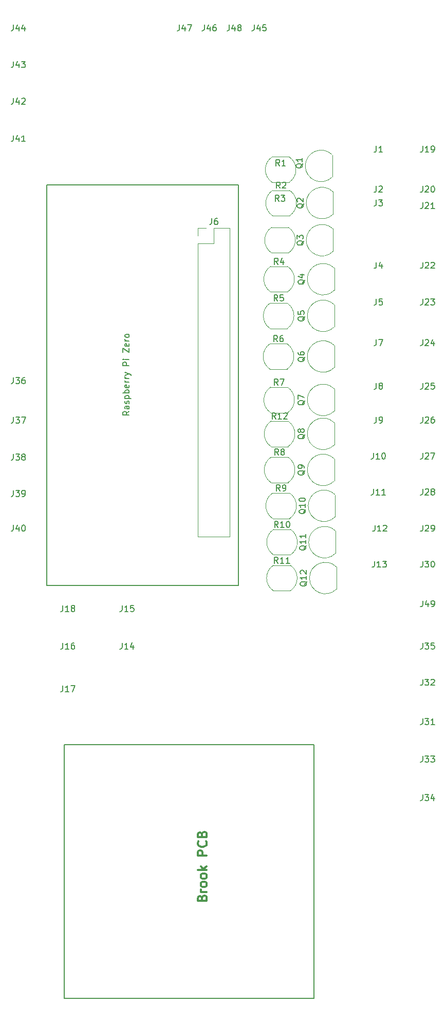
<source format=gbr>
%TF.GenerationSoftware,KiCad,Pcbnew,(6.0.4)*%
%TF.CreationDate,2022-07-16T18:17:00-05:00*%
%TF.ProjectId,macro_controller,6d616372-6f5f-4636-9f6e-74726f6c6c65,rev?*%
%TF.SameCoordinates,Original*%
%TF.FileFunction,Legend,Top*%
%TF.FilePolarity,Positive*%
%FSLAX46Y46*%
G04 Gerber Fmt 4.6, Leading zero omitted, Abs format (unit mm)*
G04 Created by KiCad (PCBNEW (6.0.4)) date 2022-07-16 18:17:00*
%MOMM*%
%LPD*%
G01*
G04 APERTURE LIST*
%ADD10C,0.300000*%
%ADD11C,0.150000*%
%ADD12C,0.120000*%
G04 APERTURE END LIST*
D10*
X52166057Y-165442257D02*
X52237485Y-165227971D01*
X52308914Y-165156542D01*
X52451771Y-165085114D01*
X52666057Y-165085114D01*
X52808914Y-165156542D01*
X52880342Y-165227971D01*
X52951771Y-165370828D01*
X52951771Y-165942257D01*
X51451771Y-165942257D01*
X51451771Y-165442257D01*
X51523200Y-165299400D01*
X51594628Y-165227971D01*
X51737485Y-165156542D01*
X51880342Y-165156542D01*
X52023200Y-165227971D01*
X52094628Y-165299400D01*
X52166057Y-165442257D01*
X52166057Y-165942257D01*
X52951771Y-164442257D02*
X51951771Y-164442257D01*
X52237485Y-164442257D02*
X52094628Y-164370828D01*
X52023200Y-164299400D01*
X51951771Y-164156542D01*
X51951771Y-164013685D01*
X52951771Y-163299400D02*
X52880342Y-163442257D01*
X52808914Y-163513685D01*
X52666057Y-163585114D01*
X52237485Y-163585114D01*
X52094628Y-163513685D01*
X52023200Y-163442257D01*
X51951771Y-163299400D01*
X51951771Y-163085114D01*
X52023200Y-162942257D01*
X52094628Y-162870828D01*
X52237485Y-162799400D01*
X52666057Y-162799400D01*
X52808914Y-162870828D01*
X52880342Y-162942257D01*
X52951771Y-163085114D01*
X52951771Y-163299400D01*
X52951771Y-161942257D02*
X52880342Y-162085114D01*
X52808914Y-162156542D01*
X52666057Y-162227971D01*
X52237485Y-162227971D01*
X52094628Y-162156542D01*
X52023200Y-162085114D01*
X51951771Y-161942257D01*
X51951771Y-161727971D01*
X52023200Y-161585114D01*
X52094628Y-161513685D01*
X52237485Y-161442257D01*
X52666057Y-161442257D01*
X52808914Y-161513685D01*
X52880342Y-161585114D01*
X52951771Y-161727971D01*
X52951771Y-161942257D01*
X52951771Y-160799400D02*
X51451771Y-160799400D01*
X52380342Y-160656542D02*
X52951771Y-160227971D01*
X51951771Y-160227971D02*
X52523200Y-160799400D01*
X52951771Y-158442257D02*
X51451771Y-158442257D01*
X51451771Y-157870828D01*
X51523200Y-157727971D01*
X51594628Y-157656542D01*
X51737485Y-157585114D01*
X51951771Y-157585114D01*
X52094628Y-157656542D01*
X52166057Y-157727971D01*
X52237485Y-157870828D01*
X52237485Y-158442257D01*
X52808914Y-156085114D02*
X52880342Y-156156542D01*
X52951771Y-156370828D01*
X52951771Y-156513685D01*
X52880342Y-156727971D01*
X52737485Y-156870828D01*
X52594628Y-156942257D01*
X52308914Y-157013685D01*
X52094628Y-157013685D01*
X51808914Y-156942257D01*
X51666057Y-156870828D01*
X51523200Y-156727971D01*
X51451771Y-156513685D01*
X51451771Y-156370828D01*
X51523200Y-156156542D01*
X51594628Y-156085114D01*
X52166057Y-154942257D02*
X52237485Y-154727971D01*
X52308914Y-154656542D01*
X52451771Y-154585114D01*
X52666057Y-154585114D01*
X52808914Y-154656542D01*
X52880342Y-154727971D01*
X52951771Y-154870828D01*
X52951771Y-155442257D01*
X51451771Y-155442257D01*
X51451771Y-154942257D01*
X51523200Y-154799400D01*
X51594628Y-154727971D01*
X51737485Y-154656542D01*
X51880342Y-154656542D01*
X52023200Y-154727971D01*
X52094628Y-154799400D01*
X52166057Y-154942257D01*
X52166057Y-155442257D01*
D11*
X29489400Y-140131800D02*
X70586600Y-140131800D01*
X70586600Y-140131800D02*
X70586600Y-181965600D01*
X70586600Y-181965600D02*
X29489400Y-181965600D01*
X29489400Y-181965600D02*
X29489400Y-140131800D01*
X40152580Y-85219419D02*
X39676390Y-85552752D01*
X40152580Y-85790847D02*
X39152580Y-85790847D01*
X39152580Y-85409895D01*
X39200200Y-85314657D01*
X39247819Y-85267038D01*
X39343057Y-85219419D01*
X39485914Y-85219419D01*
X39581152Y-85267038D01*
X39628771Y-85314657D01*
X39676390Y-85409895D01*
X39676390Y-85790847D01*
X40152580Y-84362276D02*
X39628771Y-84362276D01*
X39533533Y-84409895D01*
X39485914Y-84505133D01*
X39485914Y-84695609D01*
X39533533Y-84790847D01*
X40104961Y-84362276D02*
X40152580Y-84457514D01*
X40152580Y-84695609D01*
X40104961Y-84790847D01*
X40009723Y-84838466D01*
X39914485Y-84838466D01*
X39819247Y-84790847D01*
X39771628Y-84695609D01*
X39771628Y-84457514D01*
X39724009Y-84362276D01*
X40104961Y-83933704D02*
X40152580Y-83838466D01*
X40152580Y-83647990D01*
X40104961Y-83552752D01*
X40009723Y-83505133D01*
X39962104Y-83505133D01*
X39866866Y-83552752D01*
X39819247Y-83647990D01*
X39819247Y-83790847D01*
X39771628Y-83886085D01*
X39676390Y-83933704D01*
X39628771Y-83933704D01*
X39533533Y-83886085D01*
X39485914Y-83790847D01*
X39485914Y-83647990D01*
X39533533Y-83552752D01*
X39485914Y-83076561D02*
X40485914Y-83076561D01*
X39533533Y-83076561D02*
X39485914Y-82981323D01*
X39485914Y-82790847D01*
X39533533Y-82695609D01*
X39581152Y-82647990D01*
X39676390Y-82600371D01*
X39962104Y-82600371D01*
X40057342Y-82647990D01*
X40104961Y-82695609D01*
X40152580Y-82790847D01*
X40152580Y-82981323D01*
X40104961Y-83076561D01*
X40152580Y-82171800D02*
X39152580Y-82171800D01*
X39533533Y-82171800D02*
X39485914Y-82076561D01*
X39485914Y-81886085D01*
X39533533Y-81790847D01*
X39581152Y-81743228D01*
X39676390Y-81695609D01*
X39962104Y-81695609D01*
X40057342Y-81743228D01*
X40104961Y-81790847D01*
X40152580Y-81886085D01*
X40152580Y-82076561D01*
X40104961Y-82171800D01*
X40104961Y-80886085D02*
X40152580Y-80981323D01*
X40152580Y-81171800D01*
X40104961Y-81267038D01*
X40009723Y-81314657D01*
X39628771Y-81314657D01*
X39533533Y-81267038D01*
X39485914Y-81171800D01*
X39485914Y-80981323D01*
X39533533Y-80886085D01*
X39628771Y-80838466D01*
X39724009Y-80838466D01*
X39819247Y-81314657D01*
X40152580Y-80409895D02*
X39485914Y-80409895D01*
X39676390Y-80409895D02*
X39581152Y-80362276D01*
X39533533Y-80314657D01*
X39485914Y-80219419D01*
X39485914Y-80124180D01*
X40152580Y-79790847D02*
X39485914Y-79790847D01*
X39676390Y-79790847D02*
X39581152Y-79743228D01*
X39533533Y-79695609D01*
X39485914Y-79600371D01*
X39485914Y-79505133D01*
X39485914Y-79267038D02*
X40152580Y-79028942D01*
X39485914Y-78790847D02*
X40152580Y-79028942D01*
X40390676Y-79124180D01*
X40438295Y-79171800D01*
X40485914Y-79267038D01*
X40152580Y-77647990D02*
X39152580Y-77647990D01*
X39152580Y-77267038D01*
X39200200Y-77171800D01*
X39247819Y-77124180D01*
X39343057Y-77076561D01*
X39485914Y-77076561D01*
X39581152Y-77124180D01*
X39628771Y-77171800D01*
X39676390Y-77267038D01*
X39676390Y-77647990D01*
X40152580Y-76647990D02*
X39485914Y-76647990D01*
X39152580Y-76647990D02*
X39200200Y-76695609D01*
X39247819Y-76647990D01*
X39200200Y-76600371D01*
X39152580Y-76647990D01*
X39247819Y-76647990D01*
X39152580Y-75505133D02*
X39152580Y-74838466D01*
X40152580Y-75505133D01*
X40152580Y-74838466D01*
X40104961Y-74076561D02*
X40152580Y-74171800D01*
X40152580Y-74362276D01*
X40104961Y-74457514D01*
X40009723Y-74505133D01*
X39628771Y-74505133D01*
X39533533Y-74457514D01*
X39485914Y-74362276D01*
X39485914Y-74171800D01*
X39533533Y-74076561D01*
X39628771Y-74028942D01*
X39724009Y-74028942D01*
X39819247Y-74505133D01*
X40152580Y-73600371D02*
X39485914Y-73600371D01*
X39676390Y-73600371D02*
X39581152Y-73552752D01*
X39533533Y-73505133D01*
X39485914Y-73409895D01*
X39485914Y-73314657D01*
X40152580Y-72838466D02*
X40104961Y-72933704D01*
X40057342Y-72981323D01*
X39962104Y-73028942D01*
X39676390Y-73028942D01*
X39581152Y-72981323D01*
X39533533Y-72933704D01*
X39485914Y-72838466D01*
X39485914Y-72695609D01*
X39533533Y-72600371D01*
X39581152Y-72552752D01*
X39676390Y-72505133D01*
X39962104Y-72505133D01*
X40057342Y-72552752D01*
X40104961Y-72600371D01*
X40152580Y-72695609D01*
X40152580Y-72838466D01*
X58191400Y-47853600D02*
X26543000Y-47853600D01*
X26543000Y-47853600D02*
X26543000Y-113919000D01*
X26543000Y-113919000D02*
X58191400Y-113919000D01*
X58191400Y-113919000D02*
X58191400Y-47853600D01*
%TO.C,J6*%
X53762266Y-53413780D02*
X53762266Y-54128066D01*
X53714647Y-54270923D01*
X53619409Y-54366161D01*
X53476552Y-54413780D01*
X53381314Y-54413780D01*
X54667028Y-53413780D02*
X54476552Y-53413780D01*
X54381314Y-53461400D01*
X54333695Y-53509019D01*
X54238457Y-53651876D01*
X54190838Y-53842352D01*
X54190838Y-54223304D01*
X54238457Y-54318542D01*
X54286076Y-54366161D01*
X54381314Y-54413780D01*
X54571790Y-54413780D01*
X54667028Y-54366161D01*
X54714647Y-54318542D01*
X54762266Y-54223304D01*
X54762266Y-53985209D01*
X54714647Y-53889971D01*
X54667028Y-53842352D01*
X54571790Y-53794733D01*
X54381314Y-53794733D01*
X54286076Y-53842352D01*
X54238457Y-53889971D01*
X54190838Y-53985209D01*
%TO.C,J24*%
X88522276Y-73376980D02*
X88522276Y-74091266D01*
X88474657Y-74234123D01*
X88379419Y-74329361D01*
X88236561Y-74376980D01*
X88141323Y-74376980D01*
X88950847Y-73472219D02*
X88998466Y-73424600D01*
X89093704Y-73376980D01*
X89331800Y-73376980D01*
X89427038Y-73424600D01*
X89474657Y-73472219D01*
X89522276Y-73567457D01*
X89522276Y-73662695D01*
X89474657Y-73805552D01*
X88903228Y-74376980D01*
X89522276Y-74376980D01*
X90379419Y-73710314D02*
X90379419Y-74376980D01*
X90141323Y-73329361D02*
X89903228Y-74043647D01*
X90522276Y-74043647D01*
%TO.C,J23*%
X88522276Y-66671380D02*
X88522276Y-67385666D01*
X88474657Y-67528523D01*
X88379419Y-67623761D01*
X88236561Y-67671380D01*
X88141323Y-67671380D01*
X88950847Y-66766619D02*
X88998466Y-66719000D01*
X89093704Y-66671380D01*
X89331800Y-66671380D01*
X89427038Y-66719000D01*
X89474657Y-66766619D01*
X89522276Y-66861857D01*
X89522276Y-66957095D01*
X89474657Y-67099952D01*
X88903228Y-67671380D01*
X89522276Y-67671380D01*
X89855609Y-66671380D02*
X90474657Y-66671380D01*
X90141323Y-67052333D01*
X90284180Y-67052333D01*
X90379419Y-67099952D01*
X90427038Y-67147571D01*
X90474657Y-67242809D01*
X90474657Y-67480904D01*
X90427038Y-67576142D01*
X90379419Y-67623761D01*
X90284180Y-67671380D01*
X89998466Y-67671380D01*
X89903228Y-67623761D01*
X89855609Y-67576142D01*
%TO.C,J22*%
X88522276Y-60626180D02*
X88522276Y-61340466D01*
X88474657Y-61483323D01*
X88379419Y-61578561D01*
X88236561Y-61626180D01*
X88141323Y-61626180D01*
X88950847Y-60721419D02*
X88998466Y-60673800D01*
X89093704Y-60626180D01*
X89331800Y-60626180D01*
X89427038Y-60673800D01*
X89474657Y-60721419D01*
X89522276Y-60816657D01*
X89522276Y-60911895D01*
X89474657Y-61054752D01*
X88903228Y-61626180D01*
X89522276Y-61626180D01*
X89903228Y-60721419D02*
X89950847Y-60673800D01*
X90046085Y-60626180D01*
X90284180Y-60626180D01*
X90379419Y-60673800D01*
X90427038Y-60721419D01*
X90474657Y-60816657D01*
X90474657Y-60911895D01*
X90427038Y-61054752D01*
X89855609Y-61626180D01*
X90474657Y-61626180D01*
%TO.C,J21*%
X88522276Y-50785780D02*
X88522276Y-51500066D01*
X88474657Y-51642923D01*
X88379419Y-51738161D01*
X88236561Y-51785780D01*
X88141323Y-51785780D01*
X88950847Y-50881019D02*
X88998466Y-50833400D01*
X89093704Y-50785780D01*
X89331800Y-50785780D01*
X89427038Y-50833400D01*
X89474657Y-50881019D01*
X89522276Y-50976257D01*
X89522276Y-51071495D01*
X89474657Y-51214352D01*
X88903228Y-51785780D01*
X89522276Y-51785780D01*
X90474657Y-51785780D02*
X89903228Y-51785780D01*
X90188942Y-51785780D02*
X90188942Y-50785780D01*
X90093704Y-50928638D01*
X89998466Y-51023876D01*
X89903228Y-51071495D01*
%TO.C,J20*%
X88522276Y-48078580D02*
X88522276Y-48792866D01*
X88474657Y-48935723D01*
X88379419Y-49030961D01*
X88236561Y-49078580D01*
X88141323Y-49078580D01*
X88950847Y-48173819D02*
X88998466Y-48126200D01*
X89093704Y-48078580D01*
X89331800Y-48078580D01*
X89427038Y-48126200D01*
X89474657Y-48173819D01*
X89522276Y-48269057D01*
X89522276Y-48364295D01*
X89474657Y-48507152D01*
X88903228Y-49078580D01*
X89522276Y-49078580D01*
X90141323Y-48078580D02*
X90236561Y-48078580D01*
X90331800Y-48126200D01*
X90379419Y-48173819D01*
X90427038Y-48269057D01*
X90474657Y-48459533D01*
X90474657Y-48697628D01*
X90427038Y-48888104D01*
X90379419Y-48983342D01*
X90331800Y-49030961D01*
X90236561Y-49078580D01*
X90141323Y-49078580D01*
X90046085Y-49030961D01*
X89998466Y-48983342D01*
X89950847Y-48888104D01*
X89903228Y-48697628D01*
X89903228Y-48459533D01*
X89950847Y-48269057D01*
X89998466Y-48173819D01*
X90046085Y-48126200D01*
X90141323Y-48078580D01*
%TO.C,J19*%
X88522276Y-41474580D02*
X88522276Y-42188866D01*
X88474657Y-42331723D01*
X88379419Y-42426961D01*
X88236561Y-42474580D01*
X88141323Y-42474580D01*
X89522276Y-42474580D02*
X88950847Y-42474580D01*
X89236561Y-42474580D02*
X89236561Y-41474580D01*
X89141323Y-41617438D01*
X89046085Y-41712676D01*
X88950847Y-41760295D01*
X89998466Y-42474580D02*
X90188942Y-42474580D01*
X90284180Y-42426961D01*
X90331800Y-42379342D01*
X90427038Y-42236485D01*
X90474657Y-42046009D01*
X90474657Y-41665057D01*
X90427038Y-41569819D01*
X90379419Y-41522200D01*
X90284180Y-41474580D01*
X90093704Y-41474580D01*
X89998466Y-41522200D01*
X89950847Y-41569819D01*
X89903228Y-41665057D01*
X89903228Y-41903152D01*
X89950847Y-41998390D01*
X89998466Y-42046009D01*
X90093704Y-42093628D01*
X90284180Y-42093628D01*
X90379419Y-42046009D01*
X90427038Y-41998390D01*
X90474657Y-41903152D01*
%TO.C,J18*%
X29238676Y-117217380D02*
X29238676Y-117931666D01*
X29191057Y-118074523D01*
X29095819Y-118169761D01*
X28952961Y-118217380D01*
X28857723Y-118217380D01*
X30238676Y-118217380D02*
X29667247Y-118217380D01*
X29952961Y-118217380D02*
X29952961Y-117217380D01*
X29857723Y-117360238D01*
X29762485Y-117455476D01*
X29667247Y-117503095D01*
X30810104Y-117645952D02*
X30714866Y-117598333D01*
X30667247Y-117550714D01*
X30619628Y-117455476D01*
X30619628Y-117407857D01*
X30667247Y-117312619D01*
X30714866Y-117265000D01*
X30810104Y-117217380D01*
X31000580Y-117217380D01*
X31095819Y-117265000D01*
X31143438Y-117312619D01*
X31191057Y-117407857D01*
X31191057Y-117455476D01*
X31143438Y-117550714D01*
X31095819Y-117598333D01*
X31000580Y-117645952D01*
X30810104Y-117645952D01*
X30714866Y-117693571D01*
X30667247Y-117741190D01*
X30619628Y-117836428D01*
X30619628Y-118026904D01*
X30667247Y-118122142D01*
X30714866Y-118169761D01*
X30810104Y-118217380D01*
X31000580Y-118217380D01*
X31095819Y-118169761D01*
X31143438Y-118122142D01*
X31191057Y-118026904D01*
X31191057Y-117836428D01*
X31143438Y-117741190D01*
X31095819Y-117693571D01*
X31000580Y-117645952D01*
%TO.C,J17*%
X29238676Y-130425380D02*
X29238676Y-131139666D01*
X29191057Y-131282523D01*
X29095819Y-131377761D01*
X28952961Y-131425380D01*
X28857723Y-131425380D01*
X30238676Y-131425380D02*
X29667247Y-131425380D01*
X29952961Y-131425380D02*
X29952961Y-130425380D01*
X29857723Y-130568238D01*
X29762485Y-130663476D01*
X29667247Y-130711095D01*
X30572009Y-130425380D02*
X31238676Y-130425380D01*
X30810104Y-131425380D01*
%TO.C,J16*%
X29238676Y-123389580D02*
X29238676Y-124103866D01*
X29191057Y-124246723D01*
X29095819Y-124341961D01*
X28952961Y-124389580D01*
X28857723Y-124389580D01*
X30238676Y-124389580D02*
X29667247Y-124389580D01*
X29952961Y-124389580D02*
X29952961Y-123389580D01*
X29857723Y-123532438D01*
X29762485Y-123627676D01*
X29667247Y-123675295D01*
X31095819Y-123389580D02*
X30905342Y-123389580D01*
X30810104Y-123437200D01*
X30762485Y-123484819D01*
X30667247Y-123627676D01*
X30619628Y-123818152D01*
X30619628Y-124199104D01*
X30667247Y-124294342D01*
X30714866Y-124341961D01*
X30810104Y-124389580D01*
X31000580Y-124389580D01*
X31095819Y-124341961D01*
X31143438Y-124294342D01*
X31191057Y-124199104D01*
X31191057Y-123961009D01*
X31143438Y-123865771D01*
X31095819Y-123818152D01*
X31000580Y-123770533D01*
X30810104Y-123770533D01*
X30714866Y-123818152D01*
X30667247Y-123865771D01*
X30619628Y-123961009D01*
%TO.C,J37*%
X21085276Y-86153180D02*
X21085276Y-86867466D01*
X21037657Y-87010323D01*
X20942419Y-87105561D01*
X20799561Y-87153180D01*
X20704323Y-87153180D01*
X21466228Y-86153180D02*
X22085276Y-86153180D01*
X21751942Y-86534133D01*
X21894800Y-86534133D01*
X21990038Y-86581752D01*
X22037657Y-86629371D01*
X22085276Y-86724609D01*
X22085276Y-86962704D01*
X22037657Y-87057942D01*
X21990038Y-87105561D01*
X21894800Y-87153180D01*
X21609085Y-87153180D01*
X21513847Y-87105561D01*
X21466228Y-87057942D01*
X22418609Y-86153180D02*
X23085276Y-86153180D01*
X22656704Y-87153180D01*
%TO.C,J15*%
X38992276Y-117217380D02*
X38992276Y-117931666D01*
X38944657Y-118074523D01*
X38849419Y-118169761D01*
X38706561Y-118217380D01*
X38611323Y-118217380D01*
X39992276Y-118217380D02*
X39420847Y-118217380D01*
X39706561Y-118217380D02*
X39706561Y-117217380D01*
X39611323Y-117360238D01*
X39516085Y-117455476D01*
X39420847Y-117503095D01*
X40897038Y-117217380D02*
X40420847Y-117217380D01*
X40373228Y-117693571D01*
X40420847Y-117645952D01*
X40516085Y-117598333D01*
X40754180Y-117598333D01*
X40849419Y-117645952D01*
X40897038Y-117693571D01*
X40944657Y-117788809D01*
X40944657Y-118026904D01*
X40897038Y-118122142D01*
X40849419Y-118169761D01*
X40754180Y-118217380D01*
X40516085Y-118217380D01*
X40420847Y-118169761D01*
X40373228Y-118122142D01*
%TO.C,J14*%
X38992276Y-123389580D02*
X38992276Y-124103866D01*
X38944657Y-124246723D01*
X38849419Y-124341961D01*
X38706561Y-124389580D01*
X38611323Y-124389580D01*
X39992276Y-124389580D02*
X39420847Y-124389580D01*
X39706561Y-124389580D02*
X39706561Y-123389580D01*
X39611323Y-123532438D01*
X39516085Y-123627676D01*
X39420847Y-123675295D01*
X40849419Y-123722914D02*
X40849419Y-124389580D01*
X40611323Y-123341961D02*
X40373228Y-124056247D01*
X40992276Y-124056247D01*
%TO.C,J13*%
X80598876Y-109902180D02*
X80598876Y-110616466D01*
X80551257Y-110759323D01*
X80456019Y-110854561D01*
X80313161Y-110902180D01*
X80217923Y-110902180D01*
X81598876Y-110902180D02*
X81027447Y-110902180D01*
X81313161Y-110902180D02*
X81313161Y-109902180D01*
X81217923Y-110045038D01*
X81122685Y-110140276D01*
X81027447Y-110187895D01*
X81932209Y-109902180D02*
X82551257Y-109902180D01*
X82217923Y-110283133D01*
X82360780Y-110283133D01*
X82456019Y-110330752D01*
X82503638Y-110378371D01*
X82551257Y-110473609D01*
X82551257Y-110711704D01*
X82503638Y-110806942D01*
X82456019Y-110854561D01*
X82360780Y-110902180D01*
X82075066Y-110902180D01*
X81979828Y-110854561D01*
X81932209Y-110806942D01*
%TO.C,J12*%
X80648276Y-103983980D02*
X80648276Y-104698266D01*
X80600657Y-104841123D01*
X80505419Y-104936361D01*
X80362561Y-104983980D01*
X80267323Y-104983980D01*
X81648276Y-104983980D02*
X81076847Y-104983980D01*
X81362561Y-104983980D02*
X81362561Y-103983980D01*
X81267323Y-104126838D01*
X81172085Y-104222076D01*
X81076847Y-104269695D01*
X82029228Y-104079219D02*
X82076847Y-104031600D01*
X82172085Y-103983980D01*
X82410180Y-103983980D01*
X82505419Y-104031600D01*
X82553038Y-104079219D01*
X82600657Y-104174457D01*
X82600657Y-104269695D01*
X82553038Y-104412552D01*
X81981609Y-104983980D01*
X82600657Y-104983980D01*
%TO.C,J11*%
X80419676Y-97989580D02*
X80419676Y-98703866D01*
X80372057Y-98846723D01*
X80276819Y-98941961D01*
X80133961Y-98989580D01*
X80038723Y-98989580D01*
X81419676Y-98989580D02*
X80848247Y-98989580D01*
X81133961Y-98989580D02*
X81133961Y-97989580D01*
X81038723Y-98132438D01*
X80943485Y-98227676D01*
X80848247Y-98275295D01*
X82372057Y-98989580D02*
X81800628Y-98989580D01*
X82086342Y-98989580D02*
X82086342Y-97989580D01*
X81991104Y-98132438D01*
X81895866Y-98227676D01*
X81800628Y-98275295D01*
%TO.C,J9*%
X80895866Y-86127780D02*
X80895866Y-86842066D01*
X80848247Y-86984923D01*
X80753009Y-87080161D01*
X80610152Y-87127780D01*
X80514914Y-87127780D01*
X81419676Y-87127780D02*
X81610152Y-87127780D01*
X81705390Y-87080161D01*
X81753009Y-87032542D01*
X81848247Y-86889685D01*
X81895866Y-86699209D01*
X81895866Y-86318257D01*
X81848247Y-86223019D01*
X81800628Y-86175400D01*
X81705390Y-86127780D01*
X81514914Y-86127780D01*
X81419676Y-86175400D01*
X81372057Y-86223019D01*
X81324438Y-86318257D01*
X81324438Y-86556352D01*
X81372057Y-86651590D01*
X81419676Y-86699209D01*
X81514914Y-86746828D01*
X81705390Y-86746828D01*
X81800628Y-86699209D01*
X81848247Y-86651590D01*
X81895866Y-86556352D01*
%TO.C,J8*%
X80895866Y-80539780D02*
X80895866Y-81254066D01*
X80848247Y-81396923D01*
X80753009Y-81492161D01*
X80610152Y-81539780D01*
X80514914Y-81539780D01*
X81514914Y-80968352D02*
X81419676Y-80920733D01*
X81372057Y-80873114D01*
X81324438Y-80777876D01*
X81324438Y-80730257D01*
X81372057Y-80635019D01*
X81419676Y-80587400D01*
X81514914Y-80539780D01*
X81705390Y-80539780D01*
X81800628Y-80587400D01*
X81848247Y-80635019D01*
X81895866Y-80730257D01*
X81895866Y-80777876D01*
X81848247Y-80873114D01*
X81800628Y-80920733D01*
X81705390Y-80968352D01*
X81514914Y-80968352D01*
X81419676Y-81015971D01*
X81372057Y-81063590D01*
X81324438Y-81158828D01*
X81324438Y-81349304D01*
X81372057Y-81444542D01*
X81419676Y-81492161D01*
X81514914Y-81539780D01*
X81705390Y-81539780D01*
X81800628Y-81492161D01*
X81848247Y-81444542D01*
X81895866Y-81349304D01*
X81895866Y-81158828D01*
X81848247Y-81063590D01*
X81800628Y-81015971D01*
X81705390Y-80968352D01*
%TO.C,J7*%
X80895866Y-73376980D02*
X80895866Y-74091266D01*
X80848247Y-74234123D01*
X80753009Y-74329361D01*
X80610152Y-74376980D01*
X80514914Y-74376980D01*
X81276819Y-73376980D02*
X81943485Y-73376980D01*
X81514914Y-74376980D01*
%TO.C,J5*%
X80895866Y-66671380D02*
X80895866Y-67385666D01*
X80848247Y-67528523D01*
X80753009Y-67623761D01*
X80610152Y-67671380D01*
X80514914Y-67671380D01*
X81848247Y-66671380D02*
X81372057Y-66671380D01*
X81324438Y-67147571D01*
X81372057Y-67099952D01*
X81467295Y-67052333D01*
X81705390Y-67052333D01*
X81800628Y-67099952D01*
X81848247Y-67147571D01*
X81895866Y-67242809D01*
X81895866Y-67480904D01*
X81848247Y-67576142D01*
X81800628Y-67623761D01*
X81705390Y-67671380D01*
X81467295Y-67671380D01*
X81372057Y-67623761D01*
X81324438Y-67576142D01*
%TO.C,J4*%
X80895866Y-60626180D02*
X80895866Y-61340466D01*
X80848247Y-61483323D01*
X80753009Y-61578561D01*
X80610152Y-61626180D01*
X80514914Y-61626180D01*
X81800628Y-60959514D02*
X81800628Y-61626180D01*
X81562533Y-60578561D02*
X81324438Y-61292847D01*
X81943485Y-61292847D01*
%TO.C,J3*%
X80895866Y-50328580D02*
X80895866Y-51042866D01*
X80848247Y-51185723D01*
X80753009Y-51280961D01*
X80610152Y-51328580D01*
X80514914Y-51328580D01*
X81276819Y-50328580D02*
X81895866Y-50328580D01*
X81562533Y-50709533D01*
X81705390Y-50709533D01*
X81800628Y-50757152D01*
X81848247Y-50804771D01*
X81895866Y-50900009D01*
X81895866Y-51138104D01*
X81848247Y-51233342D01*
X81800628Y-51280961D01*
X81705390Y-51328580D01*
X81419676Y-51328580D01*
X81324438Y-51280961D01*
X81276819Y-51233342D01*
%TO.C,J2*%
X80895866Y-48078580D02*
X80895866Y-48792866D01*
X80848247Y-48935723D01*
X80753009Y-49030961D01*
X80610152Y-49078580D01*
X80514914Y-49078580D01*
X81324438Y-48173819D02*
X81372057Y-48126200D01*
X81467295Y-48078580D01*
X81705390Y-48078580D01*
X81800628Y-48126200D01*
X81848247Y-48173819D01*
X81895866Y-48269057D01*
X81895866Y-48364295D01*
X81848247Y-48507152D01*
X81276819Y-49078580D01*
X81895866Y-49078580D01*
%TO.C,J1*%
X80895866Y-41474580D02*
X80895866Y-42188866D01*
X80848247Y-42331723D01*
X80753009Y-42426961D01*
X80610152Y-42474580D01*
X80514914Y-42474580D01*
X81895866Y-42474580D02*
X81324438Y-42474580D01*
X81610152Y-42474580D02*
X81610152Y-41474580D01*
X81514914Y-41617438D01*
X81419676Y-41712676D01*
X81324438Y-41760295D01*
%TO.C,J49*%
X88522276Y-116429980D02*
X88522276Y-117144266D01*
X88474657Y-117287123D01*
X88379419Y-117382361D01*
X88236561Y-117429980D01*
X88141323Y-117429980D01*
X89427038Y-116763314D02*
X89427038Y-117429980D01*
X89188942Y-116382361D02*
X88950847Y-117096647D01*
X89569895Y-117096647D01*
X89998466Y-117429980D02*
X90188942Y-117429980D01*
X90284180Y-117382361D01*
X90331800Y-117334742D01*
X90427038Y-117191885D01*
X90474657Y-117001409D01*
X90474657Y-116620457D01*
X90427038Y-116525219D01*
X90379419Y-116477600D01*
X90284180Y-116429980D01*
X90093704Y-116429980D01*
X89998466Y-116477600D01*
X89950847Y-116525219D01*
X89903228Y-116620457D01*
X89903228Y-116858552D01*
X89950847Y-116953790D01*
X89998466Y-117001409D01*
X90093704Y-117049028D01*
X90284180Y-117049028D01*
X90379419Y-117001409D01*
X90427038Y-116953790D01*
X90474657Y-116858552D01*
%TO.C,J48*%
X56670676Y-21484780D02*
X56670676Y-22199066D01*
X56623057Y-22341923D01*
X56527819Y-22437161D01*
X56384961Y-22484780D01*
X56289723Y-22484780D01*
X57575438Y-21818114D02*
X57575438Y-22484780D01*
X57337342Y-21437161D02*
X57099247Y-22151447D01*
X57718295Y-22151447D01*
X58242104Y-21913352D02*
X58146866Y-21865733D01*
X58099247Y-21818114D01*
X58051628Y-21722876D01*
X58051628Y-21675257D01*
X58099247Y-21580019D01*
X58146866Y-21532400D01*
X58242104Y-21484780D01*
X58432580Y-21484780D01*
X58527819Y-21532400D01*
X58575438Y-21580019D01*
X58623057Y-21675257D01*
X58623057Y-21722876D01*
X58575438Y-21818114D01*
X58527819Y-21865733D01*
X58432580Y-21913352D01*
X58242104Y-21913352D01*
X58146866Y-21960971D01*
X58099247Y-22008590D01*
X58051628Y-22103828D01*
X58051628Y-22294304D01*
X58099247Y-22389542D01*
X58146866Y-22437161D01*
X58242104Y-22484780D01*
X58432580Y-22484780D01*
X58527819Y-22437161D01*
X58575438Y-22389542D01*
X58623057Y-22294304D01*
X58623057Y-22103828D01*
X58575438Y-22008590D01*
X58527819Y-21960971D01*
X58432580Y-21913352D01*
%TO.C,J47*%
X48458010Y-21484780D02*
X48458010Y-22199066D01*
X48410391Y-22341923D01*
X48315153Y-22437161D01*
X48172295Y-22484780D01*
X48077057Y-22484780D01*
X49362772Y-21818114D02*
X49362772Y-22484780D01*
X49124676Y-21437161D02*
X48886581Y-22151447D01*
X49505629Y-22151447D01*
X49791343Y-21484780D02*
X50458010Y-21484780D01*
X50029438Y-22484780D01*
%TO.C,J46*%
X52564343Y-21484780D02*
X52564343Y-22199066D01*
X52516724Y-22341923D01*
X52421486Y-22437161D01*
X52278628Y-22484780D01*
X52183390Y-22484780D01*
X53469105Y-21818114D02*
X53469105Y-22484780D01*
X53231009Y-21437161D02*
X52992914Y-22151447D01*
X53611962Y-22151447D01*
X54421486Y-21484780D02*
X54231009Y-21484780D01*
X54135771Y-21532400D01*
X54088152Y-21580019D01*
X53992914Y-21722876D01*
X53945295Y-21913352D01*
X53945295Y-22294304D01*
X53992914Y-22389542D01*
X54040533Y-22437161D01*
X54135771Y-22484780D01*
X54326247Y-22484780D01*
X54421486Y-22437161D01*
X54469105Y-22389542D01*
X54516724Y-22294304D01*
X54516724Y-22056209D01*
X54469105Y-21960971D01*
X54421486Y-21913352D01*
X54326247Y-21865733D01*
X54135771Y-21865733D01*
X54040533Y-21913352D01*
X53992914Y-21960971D01*
X53945295Y-22056209D01*
%TO.C,J45*%
X60777010Y-21484780D02*
X60777010Y-22199066D01*
X60729391Y-22341923D01*
X60634153Y-22437161D01*
X60491295Y-22484780D01*
X60396057Y-22484780D01*
X61681772Y-21818114D02*
X61681772Y-22484780D01*
X61443676Y-21437161D02*
X61205581Y-22151447D01*
X61824629Y-22151447D01*
X62681772Y-21484780D02*
X62205581Y-21484780D01*
X62157962Y-21960971D01*
X62205581Y-21913352D01*
X62300819Y-21865733D01*
X62538914Y-21865733D01*
X62634153Y-21913352D01*
X62681772Y-21960971D01*
X62729391Y-22056209D01*
X62729391Y-22294304D01*
X62681772Y-22389542D01*
X62634153Y-22437161D01*
X62538914Y-22484780D01*
X62300819Y-22484780D01*
X62205581Y-22437161D01*
X62157962Y-22389542D01*
%TO.C,J44*%
X21085276Y-21484780D02*
X21085276Y-22199066D01*
X21037657Y-22341923D01*
X20942419Y-22437161D01*
X20799561Y-22484780D01*
X20704323Y-22484780D01*
X21990038Y-21818114D02*
X21990038Y-22484780D01*
X21751942Y-21437161D02*
X21513847Y-22151447D01*
X22132895Y-22151447D01*
X22942419Y-21818114D02*
X22942419Y-22484780D01*
X22704323Y-21437161D02*
X22466228Y-22151447D01*
X23085276Y-22151447D01*
%TO.C,J43*%
X21085276Y-27529980D02*
X21085276Y-28244266D01*
X21037657Y-28387123D01*
X20942419Y-28482361D01*
X20799561Y-28529980D01*
X20704323Y-28529980D01*
X21990038Y-27863314D02*
X21990038Y-28529980D01*
X21751942Y-27482361D02*
X21513847Y-28196647D01*
X22132895Y-28196647D01*
X22418609Y-27529980D02*
X23037657Y-27529980D01*
X22704323Y-27910933D01*
X22847180Y-27910933D01*
X22942419Y-27958552D01*
X22990038Y-28006171D01*
X23037657Y-28101409D01*
X23037657Y-28339504D01*
X22990038Y-28434742D01*
X22942419Y-28482361D01*
X22847180Y-28529980D01*
X22561466Y-28529980D01*
X22466228Y-28482361D01*
X22418609Y-28434742D01*
%TO.C,J42*%
X21085276Y-33575180D02*
X21085276Y-34289466D01*
X21037657Y-34432323D01*
X20942419Y-34527561D01*
X20799561Y-34575180D01*
X20704323Y-34575180D01*
X21990038Y-33908514D02*
X21990038Y-34575180D01*
X21751942Y-33527561D02*
X21513847Y-34241847D01*
X22132895Y-34241847D01*
X22466228Y-33670419D02*
X22513847Y-33622800D01*
X22609085Y-33575180D01*
X22847180Y-33575180D01*
X22942419Y-33622800D01*
X22990038Y-33670419D01*
X23037657Y-33765657D01*
X23037657Y-33860895D01*
X22990038Y-34003752D01*
X22418609Y-34575180D01*
X23037657Y-34575180D01*
%TO.C,J41*%
X21085276Y-39721980D02*
X21085276Y-40436266D01*
X21037657Y-40579123D01*
X20942419Y-40674361D01*
X20799561Y-40721980D01*
X20704323Y-40721980D01*
X21990038Y-40055314D02*
X21990038Y-40721980D01*
X21751942Y-39674361D02*
X21513847Y-40388647D01*
X22132895Y-40388647D01*
X23037657Y-40721980D02*
X22466228Y-40721980D01*
X22751942Y-40721980D02*
X22751942Y-39721980D01*
X22656704Y-39864838D01*
X22561466Y-39960076D01*
X22466228Y-40007695D01*
%TO.C,J40*%
X21085276Y-103958580D02*
X21085276Y-104672866D01*
X21037657Y-104815723D01*
X20942419Y-104910961D01*
X20799561Y-104958580D01*
X20704323Y-104958580D01*
X21990038Y-104291914D02*
X21990038Y-104958580D01*
X21751942Y-103910961D02*
X21513847Y-104625247D01*
X22132895Y-104625247D01*
X22704323Y-103958580D02*
X22799561Y-103958580D01*
X22894800Y-104006200D01*
X22942419Y-104053819D01*
X22990038Y-104149057D01*
X23037657Y-104339533D01*
X23037657Y-104577628D01*
X22990038Y-104768104D01*
X22942419Y-104863342D01*
X22894800Y-104910961D01*
X22799561Y-104958580D01*
X22704323Y-104958580D01*
X22609085Y-104910961D01*
X22561466Y-104863342D01*
X22513847Y-104768104D01*
X22466228Y-104577628D01*
X22466228Y-104339533D01*
X22513847Y-104149057D01*
X22561466Y-104053819D01*
X22609085Y-104006200D01*
X22704323Y-103958580D01*
%TO.C,J39*%
X21085276Y-98243580D02*
X21085276Y-98957866D01*
X21037657Y-99100723D01*
X20942419Y-99195961D01*
X20799561Y-99243580D01*
X20704323Y-99243580D01*
X21466228Y-98243580D02*
X22085276Y-98243580D01*
X21751942Y-98624533D01*
X21894800Y-98624533D01*
X21990038Y-98672152D01*
X22037657Y-98719771D01*
X22085276Y-98815009D01*
X22085276Y-99053104D01*
X22037657Y-99148342D01*
X21990038Y-99195961D01*
X21894800Y-99243580D01*
X21609085Y-99243580D01*
X21513847Y-99195961D01*
X21466228Y-99148342D01*
X22561466Y-99243580D02*
X22751942Y-99243580D01*
X22847180Y-99195961D01*
X22894800Y-99148342D01*
X22990038Y-99005485D01*
X23037657Y-98815009D01*
X23037657Y-98434057D01*
X22990038Y-98338819D01*
X22942419Y-98291200D01*
X22847180Y-98243580D01*
X22656704Y-98243580D01*
X22561466Y-98291200D01*
X22513847Y-98338819D01*
X22466228Y-98434057D01*
X22466228Y-98672152D01*
X22513847Y-98767390D01*
X22561466Y-98815009D01*
X22656704Y-98862628D01*
X22847180Y-98862628D01*
X22942419Y-98815009D01*
X22990038Y-98767390D01*
X23037657Y-98672152D01*
%TO.C,J38*%
X21085276Y-92249180D02*
X21085276Y-92963466D01*
X21037657Y-93106323D01*
X20942419Y-93201561D01*
X20799561Y-93249180D01*
X20704323Y-93249180D01*
X21466228Y-92249180D02*
X22085276Y-92249180D01*
X21751942Y-92630133D01*
X21894800Y-92630133D01*
X21990038Y-92677752D01*
X22037657Y-92725371D01*
X22085276Y-92820609D01*
X22085276Y-93058704D01*
X22037657Y-93153942D01*
X21990038Y-93201561D01*
X21894800Y-93249180D01*
X21609085Y-93249180D01*
X21513847Y-93201561D01*
X21466228Y-93153942D01*
X22656704Y-92677752D02*
X22561466Y-92630133D01*
X22513847Y-92582514D01*
X22466228Y-92487276D01*
X22466228Y-92439657D01*
X22513847Y-92344419D01*
X22561466Y-92296800D01*
X22656704Y-92249180D01*
X22847180Y-92249180D01*
X22942419Y-92296800D01*
X22990038Y-92344419D01*
X23037657Y-92439657D01*
X23037657Y-92487276D01*
X22990038Y-92582514D01*
X22942419Y-92630133D01*
X22847180Y-92677752D01*
X22656704Y-92677752D01*
X22561466Y-92725371D01*
X22513847Y-92772990D01*
X22466228Y-92868228D01*
X22466228Y-93058704D01*
X22513847Y-93153942D01*
X22561466Y-93201561D01*
X22656704Y-93249180D01*
X22847180Y-93249180D01*
X22942419Y-93201561D01*
X22990038Y-93153942D01*
X23037657Y-93058704D01*
X23037657Y-92868228D01*
X22990038Y-92772990D01*
X22942419Y-92725371D01*
X22847180Y-92677752D01*
%TO.C,J10*%
X80419676Y-92071380D02*
X80419676Y-92785666D01*
X80372057Y-92928523D01*
X80276819Y-93023761D01*
X80133961Y-93071380D01*
X80038723Y-93071380D01*
X81419676Y-93071380D02*
X80848247Y-93071380D01*
X81133961Y-93071380D02*
X81133961Y-92071380D01*
X81038723Y-92214238D01*
X80943485Y-92309476D01*
X80848247Y-92357095D01*
X82038723Y-92071380D02*
X82133961Y-92071380D01*
X82229200Y-92119000D01*
X82276819Y-92166619D01*
X82324438Y-92261857D01*
X82372057Y-92452333D01*
X82372057Y-92690428D01*
X82324438Y-92880904D01*
X82276819Y-92976142D01*
X82229200Y-93023761D01*
X82133961Y-93071380D01*
X82038723Y-93071380D01*
X81943485Y-93023761D01*
X81895866Y-92976142D01*
X81848247Y-92880904D01*
X81800628Y-92690428D01*
X81800628Y-92452333D01*
X81848247Y-92261857D01*
X81895866Y-92166619D01*
X81943485Y-92119000D01*
X82038723Y-92071380D01*
%TO.C,J36*%
X21085276Y-79650780D02*
X21085276Y-80365066D01*
X21037657Y-80507923D01*
X20942419Y-80603161D01*
X20799561Y-80650780D01*
X20704323Y-80650780D01*
X21466228Y-79650780D02*
X22085276Y-79650780D01*
X21751942Y-80031733D01*
X21894800Y-80031733D01*
X21990038Y-80079352D01*
X22037657Y-80126971D01*
X22085276Y-80222209D01*
X22085276Y-80460304D01*
X22037657Y-80555542D01*
X21990038Y-80603161D01*
X21894800Y-80650780D01*
X21609085Y-80650780D01*
X21513847Y-80603161D01*
X21466228Y-80555542D01*
X22942419Y-79650780D02*
X22751942Y-79650780D01*
X22656704Y-79698400D01*
X22609085Y-79746019D01*
X22513847Y-79888876D01*
X22466228Y-80079352D01*
X22466228Y-80460304D01*
X22513847Y-80555542D01*
X22561466Y-80603161D01*
X22656704Y-80650780D01*
X22847180Y-80650780D01*
X22942419Y-80603161D01*
X22990038Y-80555542D01*
X23037657Y-80460304D01*
X23037657Y-80222209D01*
X22990038Y-80126971D01*
X22942419Y-80079352D01*
X22847180Y-80031733D01*
X22656704Y-80031733D01*
X22561466Y-80079352D01*
X22513847Y-80126971D01*
X22466228Y-80222209D01*
%TO.C,J35*%
X88522276Y-123389580D02*
X88522276Y-124103866D01*
X88474657Y-124246723D01*
X88379419Y-124341961D01*
X88236561Y-124389580D01*
X88141323Y-124389580D01*
X88903228Y-123389580D02*
X89522276Y-123389580D01*
X89188942Y-123770533D01*
X89331800Y-123770533D01*
X89427038Y-123818152D01*
X89474657Y-123865771D01*
X89522276Y-123961009D01*
X89522276Y-124199104D01*
X89474657Y-124294342D01*
X89427038Y-124341961D01*
X89331800Y-124389580D01*
X89046085Y-124389580D01*
X88950847Y-124341961D01*
X88903228Y-124294342D01*
X90427038Y-123389580D02*
X89950847Y-123389580D01*
X89903228Y-123865771D01*
X89950847Y-123818152D01*
X90046085Y-123770533D01*
X90284180Y-123770533D01*
X90379419Y-123818152D01*
X90427038Y-123865771D01*
X90474657Y-123961009D01*
X90474657Y-124199104D01*
X90427038Y-124294342D01*
X90379419Y-124341961D01*
X90284180Y-124389580D01*
X90046085Y-124389580D01*
X89950847Y-124341961D01*
X89903228Y-124294342D01*
%TO.C,J34*%
X88522276Y-148383180D02*
X88522276Y-149097466D01*
X88474657Y-149240323D01*
X88379419Y-149335561D01*
X88236561Y-149383180D01*
X88141323Y-149383180D01*
X88903228Y-148383180D02*
X89522276Y-148383180D01*
X89188942Y-148764133D01*
X89331800Y-148764133D01*
X89427038Y-148811752D01*
X89474657Y-148859371D01*
X89522276Y-148954609D01*
X89522276Y-149192704D01*
X89474657Y-149287942D01*
X89427038Y-149335561D01*
X89331800Y-149383180D01*
X89046085Y-149383180D01*
X88950847Y-149335561D01*
X88903228Y-149287942D01*
X90379419Y-148716514D02*
X90379419Y-149383180D01*
X90141323Y-148335561D02*
X89903228Y-149049847D01*
X90522276Y-149049847D01*
%TO.C,J33*%
X88522276Y-142033180D02*
X88522276Y-142747466D01*
X88474657Y-142890323D01*
X88379419Y-142985561D01*
X88236561Y-143033180D01*
X88141323Y-143033180D01*
X88903228Y-142033180D02*
X89522276Y-142033180D01*
X89188942Y-142414133D01*
X89331800Y-142414133D01*
X89427038Y-142461752D01*
X89474657Y-142509371D01*
X89522276Y-142604609D01*
X89522276Y-142842704D01*
X89474657Y-142937942D01*
X89427038Y-142985561D01*
X89331800Y-143033180D01*
X89046085Y-143033180D01*
X88950847Y-142985561D01*
X88903228Y-142937942D01*
X89855609Y-142033180D02*
X90474657Y-142033180D01*
X90141323Y-142414133D01*
X90284180Y-142414133D01*
X90379419Y-142461752D01*
X90427038Y-142509371D01*
X90474657Y-142604609D01*
X90474657Y-142842704D01*
X90427038Y-142937942D01*
X90379419Y-142985561D01*
X90284180Y-143033180D01*
X89998466Y-143033180D01*
X89903228Y-142985561D01*
X89855609Y-142937942D01*
%TO.C,J32*%
X88522276Y-129383980D02*
X88522276Y-130098266D01*
X88474657Y-130241123D01*
X88379419Y-130336361D01*
X88236561Y-130383980D01*
X88141323Y-130383980D01*
X88903228Y-129383980D02*
X89522276Y-129383980D01*
X89188942Y-129764933D01*
X89331800Y-129764933D01*
X89427038Y-129812552D01*
X89474657Y-129860171D01*
X89522276Y-129955409D01*
X89522276Y-130193504D01*
X89474657Y-130288742D01*
X89427038Y-130336361D01*
X89331800Y-130383980D01*
X89046085Y-130383980D01*
X88950847Y-130336361D01*
X88903228Y-130288742D01*
X89903228Y-129479219D02*
X89950847Y-129431600D01*
X90046085Y-129383980D01*
X90284180Y-129383980D01*
X90379419Y-129431600D01*
X90427038Y-129479219D01*
X90474657Y-129574457D01*
X90474657Y-129669695D01*
X90427038Y-129812552D01*
X89855609Y-130383980D01*
X90474657Y-130383980D01*
%TO.C,J31*%
X88522276Y-135860980D02*
X88522276Y-136575266D01*
X88474657Y-136718123D01*
X88379419Y-136813361D01*
X88236561Y-136860980D01*
X88141323Y-136860980D01*
X88903228Y-135860980D02*
X89522276Y-135860980D01*
X89188942Y-136241933D01*
X89331800Y-136241933D01*
X89427038Y-136289552D01*
X89474657Y-136337171D01*
X89522276Y-136432409D01*
X89522276Y-136670504D01*
X89474657Y-136765742D01*
X89427038Y-136813361D01*
X89331800Y-136860980D01*
X89046085Y-136860980D01*
X88950847Y-136813361D01*
X88903228Y-136765742D01*
X90474657Y-136860980D02*
X89903228Y-136860980D01*
X90188942Y-136860980D02*
X90188942Y-135860980D01*
X90093704Y-136003838D01*
X89998466Y-136099076D01*
X89903228Y-136146695D01*
%TO.C,J30*%
X88522276Y-109902180D02*
X88522276Y-110616466D01*
X88474657Y-110759323D01*
X88379419Y-110854561D01*
X88236561Y-110902180D01*
X88141323Y-110902180D01*
X88903228Y-109902180D02*
X89522276Y-109902180D01*
X89188942Y-110283133D01*
X89331800Y-110283133D01*
X89427038Y-110330752D01*
X89474657Y-110378371D01*
X89522276Y-110473609D01*
X89522276Y-110711704D01*
X89474657Y-110806942D01*
X89427038Y-110854561D01*
X89331800Y-110902180D01*
X89046085Y-110902180D01*
X88950847Y-110854561D01*
X88903228Y-110806942D01*
X90141323Y-109902180D02*
X90236561Y-109902180D01*
X90331800Y-109949800D01*
X90379419Y-109997419D01*
X90427038Y-110092657D01*
X90474657Y-110283133D01*
X90474657Y-110521228D01*
X90427038Y-110711704D01*
X90379419Y-110806942D01*
X90331800Y-110854561D01*
X90236561Y-110902180D01*
X90141323Y-110902180D01*
X90046085Y-110854561D01*
X89998466Y-110806942D01*
X89950847Y-110711704D01*
X89903228Y-110521228D01*
X89903228Y-110283133D01*
X89950847Y-110092657D01*
X89998466Y-109997419D01*
X90046085Y-109949800D01*
X90141323Y-109902180D01*
%TO.C,J29*%
X88522276Y-103983980D02*
X88522276Y-104698266D01*
X88474657Y-104841123D01*
X88379419Y-104936361D01*
X88236561Y-104983980D01*
X88141323Y-104983980D01*
X88950847Y-104079219D02*
X88998466Y-104031600D01*
X89093704Y-103983980D01*
X89331800Y-103983980D01*
X89427038Y-104031600D01*
X89474657Y-104079219D01*
X89522276Y-104174457D01*
X89522276Y-104269695D01*
X89474657Y-104412552D01*
X88903228Y-104983980D01*
X89522276Y-104983980D01*
X89998466Y-104983980D02*
X90188942Y-104983980D01*
X90284180Y-104936361D01*
X90331800Y-104888742D01*
X90427038Y-104745885D01*
X90474657Y-104555409D01*
X90474657Y-104174457D01*
X90427038Y-104079219D01*
X90379419Y-104031600D01*
X90284180Y-103983980D01*
X90093704Y-103983980D01*
X89998466Y-104031600D01*
X89950847Y-104079219D01*
X89903228Y-104174457D01*
X89903228Y-104412552D01*
X89950847Y-104507790D01*
X89998466Y-104555409D01*
X90093704Y-104603028D01*
X90284180Y-104603028D01*
X90379419Y-104555409D01*
X90427038Y-104507790D01*
X90474657Y-104412552D01*
%TO.C,J28*%
X88522276Y-97989580D02*
X88522276Y-98703866D01*
X88474657Y-98846723D01*
X88379419Y-98941961D01*
X88236561Y-98989580D01*
X88141323Y-98989580D01*
X88950847Y-98084819D02*
X88998466Y-98037200D01*
X89093704Y-97989580D01*
X89331800Y-97989580D01*
X89427038Y-98037200D01*
X89474657Y-98084819D01*
X89522276Y-98180057D01*
X89522276Y-98275295D01*
X89474657Y-98418152D01*
X88903228Y-98989580D01*
X89522276Y-98989580D01*
X90093704Y-98418152D02*
X89998466Y-98370533D01*
X89950847Y-98322914D01*
X89903228Y-98227676D01*
X89903228Y-98180057D01*
X89950847Y-98084819D01*
X89998466Y-98037200D01*
X90093704Y-97989580D01*
X90284180Y-97989580D01*
X90379419Y-98037200D01*
X90427038Y-98084819D01*
X90474657Y-98180057D01*
X90474657Y-98227676D01*
X90427038Y-98322914D01*
X90379419Y-98370533D01*
X90284180Y-98418152D01*
X90093704Y-98418152D01*
X89998466Y-98465771D01*
X89950847Y-98513390D01*
X89903228Y-98608628D01*
X89903228Y-98799104D01*
X89950847Y-98894342D01*
X89998466Y-98941961D01*
X90093704Y-98989580D01*
X90284180Y-98989580D01*
X90379419Y-98941961D01*
X90427038Y-98894342D01*
X90474657Y-98799104D01*
X90474657Y-98608628D01*
X90427038Y-98513390D01*
X90379419Y-98465771D01*
X90284180Y-98418152D01*
%TO.C,J27*%
X88522276Y-92071380D02*
X88522276Y-92785666D01*
X88474657Y-92928523D01*
X88379419Y-93023761D01*
X88236561Y-93071380D01*
X88141323Y-93071380D01*
X88950847Y-92166619D02*
X88998466Y-92119000D01*
X89093704Y-92071380D01*
X89331800Y-92071380D01*
X89427038Y-92119000D01*
X89474657Y-92166619D01*
X89522276Y-92261857D01*
X89522276Y-92357095D01*
X89474657Y-92499952D01*
X88903228Y-93071380D01*
X89522276Y-93071380D01*
X89855609Y-92071380D02*
X90522276Y-92071380D01*
X90093704Y-93071380D01*
%TO.C,J26*%
X88522276Y-86127780D02*
X88522276Y-86842066D01*
X88474657Y-86984923D01*
X88379419Y-87080161D01*
X88236561Y-87127780D01*
X88141323Y-87127780D01*
X88950847Y-86223019D02*
X88998466Y-86175400D01*
X89093704Y-86127780D01*
X89331800Y-86127780D01*
X89427038Y-86175400D01*
X89474657Y-86223019D01*
X89522276Y-86318257D01*
X89522276Y-86413495D01*
X89474657Y-86556352D01*
X88903228Y-87127780D01*
X89522276Y-87127780D01*
X90379419Y-86127780D02*
X90188942Y-86127780D01*
X90093704Y-86175400D01*
X90046085Y-86223019D01*
X89950847Y-86365876D01*
X89903228Y-86556352D01*
X89903228Y-86937304D01*
X89950847Y-87032542D01*
X89998466Y-87080161D01*
X90093704Y-87127780D01*
X90284180Y-87127780D01*
X90379419Y-87080161D01*
X90427038Y-87032542D01*
X90474657Y-86937304D01*
X90474657Y-86699209D01*
X90427038Y-86603971D01*
X90379419Y-86556352D01*
X90284180Y-86508733D01*
X90093704Y-86508733D01*
X89998466Y-86556352D01*
X89950847Y-86603971D01*
X89903228Y-86699209D01*
%TO.C,J25*%
X88522276Y-80539780D02*
X88522276Y-81254066D01*
X88474657Y-81396923D01*
X88379419Y-81492161D01*
X88236561Y-81539780D01*
X88141323Y-81539780D01*
X88950847Y-80635019D02*
X88998466Y-80587400D01*
X89093704Y-80539780D01*
X89331800Y-80539780D01*
X89427038Y-80587400D01*
X89474657Y-80635019D01*
X89522276Y-80730257D01*
X89522276Y-80825495D01*
X89474657Y-80968352D01*
X88903228Y-81539780D01*
X89522276Y-81539780D01*
X90427038Y-80539780D02*
X89950847Y-80539780D01*
X89903228Y-81015971D01*
X89950847Y-80968352D01*
X90046085Y-80920733D01*
X90284180Y-80920733D01*
X90379419Y-80968352D01*
X90427038Y-81015971D01*
X90474657Y-81111209D01*
X90474657Y-81349304D01*
X90427038Y-81444542D01*
X90379419Y-81492161D01*
X90284180Y-81539780D01*
X90046085Y-81539780D01*
X89950847Y-81492161D01*
X89903228Y-81444542D01*
%TO.C,R12*%
X64303542Y-86477780D02*
X63970209Y-86001590D01*
X63732114Y-86477780D02*
X63732114Y-85477780D01*
X64113066Y-85477780D01*
X64208304Y-85525400D01*
X64255923Y-85573019D01*
X64303542Y-85668257D01*
X64303542Y-85811114D01*
X64255923Y-85906352D01*
X64208304Y-85953971D01*
X64113066Y-86001590D01*
X63732114Y-86001590D01*
X65255923Y-86477780D02*
X64684495Y-86477780D01*
X64970209Y-86477780D02*
X64970209Y-85477780D01*
X64874971Y-85620638D01*
X64779733Y-85715876D01*
X64684495Y-85763495D01*
X65636876Y-85573019D02*
X65684495Y-85525400D01*
X65779733Y-85477780D01*
X66017828Y-85477780D01*
X66113066Y-85525400D01*
X66160685Y-85573019D01*
X66208304Y-85668257D01*
X66208304Y-85763495D01*
X66160685Y-85906352D01*
X65589257Y-86477780D01*
X66208304Y-86477780D01*
%TO.C,R11*%
X64685942Y-110252180D02*
X64352609Y-109775990D01*
X64114514Y-110252180D02*
X64114514Y-109252180D01*
X64495466Y-109252180D01*
X64590704Y-109299800D01*
X64638323Y-109347419D01*
X64685942Y-109442657D01*
X64685942Y-109585514D01*
X64638323Y-109680752D01*
X64590704Y-109728371D01*
X64495466Y-109775990D01*
X64114514Y-109775990D01*
X65638323Y-110252180D02*
X65066895Y-110252180D01*
X65352609Y-110252180D02*
X65352609Y-109252180D01*
X65257371Y-109395038D01*
X65162133Y-109490276D01*
X65066895Y-109537895D01*
X66590704Y-110252180D02*
X66019276Y-110252180D01*
X66304990Y-110252180D02*
X66304990Y-109252180D01*
X66209752Y-109395038D01*
X66114514Y-109490276D01*
X66019276Y-109537895D01*
%TO.C,R10*%
X64709942Y-104333980D02*
X64376609Y-103857790D01*
X64138514Y-104333980D02*
X64138514Y-103333980D01*
X64519466Y-103333980D01*
X64614704Y-103381600D01*
X64662323Y-103429219D01*
X64709942Y-103524457D01*
X64709942Y-103667314D01*
X64662323Y-103762552D01*
X64614704Y-103810171D01*
X64519466Y-103857790D01*
X64138514Y-103857790D01*
X65662323Y-104333980D02*
X65090895Y-104333980D01*
X65376609Y-104333980D02*
X65376609Y-103333980D01*
X65281371Y-103476838D01*
X65186133Y-103572076D01*
X65090895Y-103619695D01*
X66281371Y-103333980D02*
X66376609Y-103333980D01*
X66471847Y-103381600D01*
X66519466Y-103429219D01*
X66567085Y-103524457D01*
X66614704Y-103714933D01*
X66614704Y-103953028D01*
X66567085Y-104143504D01*
X66519466Y-104238742D01*
X66471847Y-104286361D01*
X66376609Y-104333980D01*
X66281371Y-104333980D01*
X66186133Y-104286361D01*
X66138514Y-104238742D01*
X66090895Y-104143504D01*
X66043276Y-103953028D01*
X66043276Y-103714933D01*
X66090895Y-103524457D01*
X66138514Y-103429219D01*
X66186133Y-103381600D01*
X66281371Y-103333980D01*
%TO.C,R9*%
X65033733Y-98339580D02*
X64700400Y-97863390D01*
X64462304Y-98339580D02*
X64462304Y-97339580D01*
X64843257Y-97339580D01*
X64938495Y-97387200D01*
X64986114Y-97434819D01*
X65033733Y-97530057D01*
X65033733Y-97672914D01*
X64986114Y-97768152D01*
X64938495Y-97815771D01*
X64843257Y-97863390D01*
X64462304Y-97863390D01*
X65509923Y-98339580D02*
X65700400Y-98339580D01*
X65795638Y-98291961D01*
X65843257Y-98244342D01*
X65938495Y-98101485D01*
X65986114Y-97911009D01*
X65986114Y-97530057D01*
X65938495Y-97434819D01*
X65890876Y-97387200D01*
X65795638Y-97339580D01*
X65605161Y-97339580D01*
X65509923Y-97387200D01*
X65462304Y-97434819D01*
X65414685Y-97530057D01*
X65414685Y-97768152D01*
X65462304Y-97863390D01*
X65509923Y-97911009D01*
X65605161Y-97958628D01*
X65795638Y-97958628D01*
X65890876Y-97911009D01*
X65938495Y-97863390D01*
X65986114Y-97768152D01*
%TO.C,R8*%
X64779733Y-92421380D02*
X64446400Y-91945190D01*
X64208304Y-92421380D02*
X64208304Y-91421380D01*
X64589257Y-91421380D01*
X64684495Y-91469000D01*
X64732114Y-91516619D01*
X64779733Y-91611857D01*
X64779733Y-91754714D01*
X64732114Y-91849952D01*
X64684495Y-91897571D01*
X64589257Y-91945190D01*
X64208304Y-91945190D01*
X65351161Y-91849952D02*
X65255923Y-91802333D01*
X65208304Y-91754714D01*
X65160685Y-91659476D01*
X65160685Y-91611857D01*
X65208304Y-91516619D01*
X65255923Y-91469000D01*
X65351161Y-91421380D01*
X65541638Y-91421380D01*
X65636876Y-91469000D01*
X65684495Y-91516619D01*
X65732114Y-91611857D01*
X65732114Y-91659476D01*
X65684495Y-91754714D01*
X65636876Y-91802333D01*
X65541638Y-91849952D01*
X65351161Y-91849952D01*
X65255923Y-91897571D01*
X65208304Y-91945190D01*
X65160685Y-92040428D01*
X65160685Y-92230904D01*
X65208304Y-92326142D01*
X65255923Y-92373761D01*
X65351161Y-92421380D01*
X65541638Y-92421380D01*
X65636876Y-92373761D01*
X65684495Y-92326142D01*
X65732114Y-92230904D01*
X65732114Y-92040428D01*
X65684495Y-91945190D01*
X65636876Y-91897571D01*
X65541638Y-91849952D01*
%TO.C,R7*%
X64703533Y-80889780D02*
X64370200Y-80413590D01*
X64132104Y-80889780D02*
X64132104Y-79889780D01*
X64513057Y-79889780D01*
X64608295Y-79937400D01*
X64655914Y-79985019D01*
X64703533Y-80080257D01*
X64703533Y-80223114D01*
X64655914Y-80318352D01*
X64608295Y-80365971D01*
X64513057Y-80413590D01*
X64132104Y-80413590D01*
X65036866Y-79889780D02*
X65703533Y-79889780D01*
X65274961Y-80889780D01*
%TO.C,R6*%
X64601933Y-73726980D02*
X64268600Y-73250790D01*
X64030504Y-73726980D02*
X64030504Y-72726980D01*
X64411457Y-72726980D01*
X64506695Y-72774600D01*
X64554314Y-72822219D01*
X64601933Y-72917457D01*
X64601933Y-73060314D01*
X64554314Y-73155552D01*
X64506695Y-73203171D01*
X64411457Y-73250790D01*
X64030504Y-73250790D01*
X65459076Y-72726980D02*
X65268600Y-72726980D01*
X65173361Y-72774600D01*
X65125742Y-72822219D01*
X65030504Y-72965076D01*
X64982885Y-73155552D01*
X64982885Y-73536504D01*
X65030504Y-73631742D01*
X65078123Y-73679361D01*
X65173361Y-73726980D01*
X65363838Y-73726980D01*
X65459076Y-73679361D01*
X65506695Y-73631742D01*
X65554314Y-73536504D01*
X65554314Y-73298409D01*
X65506695Y-73203171D01*
X65459076Y-73155552D01*
X65363838Y-73107933D01*
X65173361Y-73107933D01*
X65078123Y-73155552D01*
X65030504Y-73203171D01*
X64982885Y-73298409D01*
%TO.C,R5*%
X64627333Y-67021380D02*
X64294000Y-66545190D01*
X64055904Y-67021380D02*
X64055904Y-66021380D01*
X64436857Y-66021380D01*
X64532095Y-66069000D01*
X64579714Y-66116619D01*
X64627333Y-66211857D01*
X64627333Y-66354714D01*
X64579714Y-66449952D01*
X64532095Y-66497571D01*
X64436857Y-66545190D01*
X64055904Y-66545190D01*
X65532095Y-66021380D02*
X65055904Y-66021380D01*
X65008285Y-66497571D01*
X65055904Y-66449952D01*
X65151142Y-66402333D01*
X65389238Y-66402333D01*
X65484476Y-66449952D01*
X65532095Y-66497571D01*
X65579714Y-66592809D01*
X65579714Y-66830904D01*
X65532095Y-66926142D01*
X65484476Y-66973761D01*
X65389238Y-67021380D01*
X65151142Y-67021380D01*
X65055904Y-66973761D01*
X65008285Y-66926142D01*
%TO.C,R4*%
X64703533Y-60976180D02*
X64370200Y-60499990D01*
X64132104Y-60976180D02*
X64132104Y-59976180D01*
X64513057Y-59976180D01*
X64608295Y-60023800D01*
X64655914Y-60071419D01*
X64703533Y-60166657D01*
X64703533Y-60309514D01*
X64655914Y-60404752D01*
X64608295Y-60452371D01*
X64513057Y-60499990D01*
X64132104Y-60499990D01*
X65560676Y-60309514D02*
X65560676Y-60976180D01*
X65322580Y-59928561D02*
X65084485Y-60642847D01*
X65703533Y-60642847D01*
%TO.C,R2*%
X65033733Y-48428580D02*
X64700400Y-47952390D01*
X64462304Y-48428580D02*
X64462304Y-47428580D01*
X64843257Y-47428580D01*
X64938495Y-47476200D01*
X64986114Y-47523819D01*
X65033733Y-47619057D01*
X65033733Y-47761914D01*
X64986114Y-47857152D01*
X64938495Y-47904771D01*
X64843257Y-47952390D01*
X64462304Y-47952390D01*
X65414685Y-47523819D02*
X65462304Y-47476200D01*
X65557542Y-47428580D01*
X65795638Y-47428580D01*
X65890876Y-47476200D01*
X65938495Y-47523819D01*
X65986114Y-47619057D01*
X65986114Y-47714295D01*
X65938495Y-47857152D01*
X65367066Y-48428580D01*
X65986114Y-48428580D01*
%TO.C,R1*%
X64957533Y-44724580D02*
X64624200Y-44248390D01*
X64386104Y-44724580D02*
X64386104Y-43724580D01*
X64767057Y-43724580D01*
X64862295Y-43772200D01*
X64909914Y-43819819D01*
X64957533Y-43915057D01*
X64957533Y-44057914D01*
X64909914Y-44153152D01*
X64862295Y-44200771D01*
X64767057Y-44248390D01*
X64386104Y-44248390D01*
X65909914Y-44724580D02*
X65338485Y-44724580D01*
X65624200Y-44724580D02*
X65624200Y-43724580D01*
X65528961Y-43867438D01*
X65433723Y-43962676D01*
X65338485Y-44010295D01*
%TO.C,R3*%
X64855933Y-50566580D02*
X64522600Y-50090390D01*
X64284504Y-50566580D02*
X64284504Y-49566580D01*
X64665457Y-49566580D01*
X64760695Y-49614200D01*
X64808314Y-49661819D01*
X64855933Y-49757057D01*
X64855933Y-49899914D01*
X64808314Y-49995152D01*
X64760695Y-50042771D01*
X64665457Y-50090390D01*
X64284504Y-50090390D01*
X65189266Y-49566580D02*
X65808314Y-49566580D01*
X65474980Y-49947533D01*
X65617838Y-49947533D01*
X65713076Y-49995152D01*
X65760695Y-50042771D01*
X65808314Y-50138009D01*
X65808314Y-50376104D01*
X65760695Y-50471342D01*
X65713076Y-50518961D01*
X65617838Y-50566580D01*
X65332123Y-50566580D01*
X65236885Y-50518961D01*
X65189266Y-50471342D01*
%TO.C,Q12*%
X69458219Y-113271228D02*
X69410600Y-113366466D01*
X69315361Y-113461704D01*
X69172504Y-113604561D01*
X69124885Y-113699800D01*
X69124885Y-113795038D01*
X69362980Y-113747419D02*
X69315361Y-113842657D01*
X69220123Y-113937895D01*
X69029647Y-113985514D01*
X68696314Y-113985514D01*
X68505838Y-113937895D01*
X68410600Y-113842657D01*
X68362980Y-113747419D01*
X68362980Y-113556942D01*
X68410600Y-113461704D01*
X68505838Y-113366466D01*
X68696314Y-113318847D01*
X69029647Y-113318847D01*
X69220123Y-113366466D01*
X69315361Y-113461704D01*
X69362980Y-113556942D01*
X69362980Y-113747419D01*
X69362980Y-112366466D02*
X69362980Y-112937895D01*
X69362980Y-112652180D02*
X68362980Y-112652180D01*
X68505838Y-112747419D01*
X68601076Y-112842657D01*
X68648695Y-112937895D01*
X68458219Y-111985514D02*
X68410600Y-111937895D01*
X68362980Y-111842657D01*
X68362980Y-111604561D01*
X68410600Y-111509323D01*
X68458219Y-111461704D01*
X68553457Y-111414085D01*
X68648695Y-111414085D01*
X68791552Y-111461704D01*
X69362980Y-112033133D01*
X69362980Y-111414085D01*
%TO.C,Q11*%
X69325419Y-107353028D02*
X69277800Y-107448266D01*
X69182561Y-107543504D01*
X69039704Y-107686361D01*
X68992085Y-107781600D01*
X68992085Y-107876838D01*
X69230180Y-107829219D02*
X69182561Y-107924457D01*
X69087323Y-108019695D01*
X68896847Y-108067314D01*
X68563514Y-108067314D01*
X68373038Y-108019695D01*
X68277800Y-107924457D01*
X68230180Y-107829219D01*
X68230180Y-107638742D01*
X68277800Y-107543504D01*
X68373038Y-107448266D01*
X68563514Y-107400647D01*
X68896847Y-107400647D01*
X69087323Y-107448266D01*
X69182561Y-107543504D01*
X69230180Y-107638742D01*
X69230180Y-107829219D01*
X69230180Y-106448266D02*
X69230180Y-107019695D01*
X69230180Y-106733980D02*
X68230180Y-106733980D01*
X68373038Y-106829219D01*
X68468276Y-106924457D01*
X68515895Y-107019695D01*
X69230180Y-105495885D02*
X69230180Y-106067314D01*
X69230180Y-105781600D02*
X68230180Y-105781600D01*
X68373038Y-105876838D01*
X68468276Y-105972076D01*
X68515895Y-106067314D01*
%TO.C,Q10*%
X69249219Y-101358628D02*
X69201600Y-101453866D01*
X69106361Y-101549104D01*
X68963504Y-101691961D01*
X68915885Y-101787200D01*
X68915885Y-101882438D01*
X69153980Y-101834819D02*
X69106361Y-101930057D01*
X69011123Y-102025295D01*
X68820647Y-102072914D01*
X68487314Y-102072914D01*
X68296838Y-102025295D01*
X68201600Y-101930057D01*
X68153980Y-101834819D01*
X68153980Y-101644342D01*
X68201600Y-101549104D01*
X68296838Y-101453866D01*
X68487314Y-101406247D01*
X68820647Y-101406247D01*
X69011123Y-101453866D01*
X69106361Y-101549104D01*
X69153980Y-101644342D01*
X69153980Y-101834819D01*
X69153980Y-100453866D02*
X69153980Y-101025295D01*
X69153980Y-100739580D02*
X68153980Y-100739580D01*
X68296838Y-100834819D01*
X68392076Y-100930057D01*
X68439695Y-101025295D01*
X68153980Y-99834819D02*
X68153980Y-99739580D01*
X68201600Y-99644342D01*
X68249219Y-99596723D01*
X68344457Y-99549104D01*
X68534933Y-99501485D01*
X68773028Y-99501485D01*
X68963504Y-99549104D01*
X69058742Y-99596723D01*
X69106361Y-99644342D01*
X69153980Y-99739580D01*
X69153980Y-99834819D01*
X69106361Y-99930057D01*
X69058742Y-99977676D01*
X68963504Y-100025295D01*
X68773028Y-100072914D01*
X68534933Y-100072914D01*
X68344457Y-100025295D01*
X68249219Y-99977676D01*
X68201600Y-99930057D01*
X68153980Y-99834819D01*
%TO.C,Q9*%
X69101219Y-94964238D02*
X69053600Y-95059476D01*
X68958361Y-95154714D01*
X68815504Y-95297571D01*
X68767885Y-95392809D01*
X68767885Y-95488047D01*
X69005980Y-95440428D02*
X68958361Y-95535666D01*
X68863123Y-95630904D01*
X68672647Y-95678523D01*
X68339314Y-95678523D01*
X68148838Y-95630904D01*
X68053600Y-95535666D01*
X68005980Y-95440428D01*
X68005980Y-95249952D01*
X68053600Y-95154714D01*
X68148838Y-95059476D01*
X68339314Y-95011857D01*
X68672647Y-95011857D01*
X68863123Y-95059476D01*
X68958361Y-95154714D01*
X69005980Y-95249952D01*
X69005980Y-95440428D01*
X69005980Y-94535666D02*
X69005980Y-94345190D01*
X68958361Y-94249952D01*
X68910742Y-94202333D01*
X68767885Y-94107095D01*
X68577409Y-94059476D01*
X68196457Y-94059476D01*
X68101219Y-94107095D01*
X68053600Y-94154714D01*
X68005980Y-94249952D01*
X68005980Y-94440428D01*
X68053600Y-94535666D01*
X68101219Y-94583285D01*
X68196457Y-94630904D01*
X68434552Y-94630904D01*
X68529790Y-94583285D01*
X68577409Y-94535666D01*
X68625028Y-94440428D01*
X68625028Y-94249952D01*
X68577409Y-94154714D01*
X68529790Y-94107095D01*
X68434552Y-94059476D01*
%TO.C,Q8*%
X69101219Y-89020638D02*
X69053600Y-89115876D01*
X68958361Y-89211114D01*
X68815504Y-89353971D01*
X68767885Y-89449209D01*
X68767885Y-89544447D01*
X69005980Y-89496828D02*
X68958361Y-89592066D01*
X68863123Y-89687304D01*
X68672647Y-89734923D01*
X68339314Y-89734923D01*
X68148838Y-89687304D01*
X68053600Y-89592066D01*
X68005980Y-89496828D01*
X68005980Y-89306352D01*
X68053600Y-89211114D01*
X68148838Y-89115876D01*
X68339314Y-89068257D01*
X68672647Y-89068257D01*
X68863123Y-89115876D01*
X68958361Y-89211114D01*
X69005980Y-89306352D01*
X69005980Y-89496828D01*
X68434552Y-88496828D02*
X68386933Y-88592066D01*
X68339314Y-88639685D01*
X68244076Y-88687304D01*
X68196457Y-88687304D01*
X68101219Y-88639685D01*
X68053600Y-88592066D01*
X68005980Y-88496828D01*
X68005980Y-88306352D01*
X68053600Y-88211114D01*
X68101219Y-88163495D01*
X68196457Y-88115876D01*
X68244076Y-88115876D01*
X68339314Y-88163495D01*
X68386933Y-88211114D01*
X68434552Y-88306352D01*
X68434552Y-88496828D01*
X68482171Y-88592066D01*
X68529790Y-88639685D01*
X68625028Y-88687304D01*
X68815504Y-88687304D01*
X68910742Y-88639685D01*
X68958361Y-88592066D01*
X69005980Y-88496828D01*
X69005980Y-88306352D01*
X68958361Y-88211114D01*
X68910742Y-88163495D01*
X68815504Y-88115876D01*
X68625028Y-88115876D01*
X68529790Y-88163495D01*
X68482171Y-88211114D01*
X68434552Y-88306352D01*
%TO.C,Q7*%
X69101219Y-83432638D02*
X69053600Y-83527876D01*
X68958361Y-83623114D01*
X68815504Y-83765971D01*
X68767885Y-83861209D01*
X68767885Y-83956447D01*
X69005980Y-83908828D02*
X68958361Y-84004066D01*
X68863123Y-84099304D01*
X68672647Y-84146923D01*
X68339314Y-84146923D01*
X68148838Y-84099304D01*
X68053600Y-84004066D01*
X68005980Y-83908828D01*
X68005980Y-83718352D01*
X68053600Y-83623114D01*
X68148838Y-83527876D01*
X68339314Y-83480257D01*
X68672647Y-83480257D01*
X68863123Y-83527876D01*
X68958361Y-83623114D01*
X69005980Y-83718352D01*
X69005980Y-83908828D01*
X68005980Y-83146923D02*
X68005980Y-82480257D01*
X69005980Y-82908828D01*
%TO.C,Q6*%
X69096819Y-76269838D02*
X69049200Y-76365076D01*
X68953961Y-76460314D01*
X68811104Y-76603171D01*
X68763485Y-76698409D01*
X68763485Y-76793647D01*
X69001580Y-76746028D02*
X68953961Y-76841266D01*
X68858723Y-76936504D01*
X68668247Y-76984123D01*
X68334914Y-76984123D01*
X68144438Y-76936504D01*
X68049200Y-76841266D01*
X68001580Y-76746028D01*
X68001580Y-76555552D01*
X68049200Y-76460314D01*
X68144438Y-76365076D01*
X68334914Y-76317457D01*
X68668247Y-76317457D01*
X68858723Y-76365076D01*
X68953961Y-76460314D01*
X69001580Y-76555552D01*
X69001580Y-76746028D01*
X68001580Y-75460314D02*
X68001580Y-75650790D01*
X68049200Y-75746028D01*
X68096819Y-75793647D01*
X68239676Y-75888885D01*
X68430152Y-75936504D01*
X68811104Y-75936504D01*
X68906342Y-75888885D01*
X68953961Y-75841266D01*
X69001580Y-75746028D01*
X69001580Y-75555552D01*
X68953961Y-75460314D01*
X68906342Y-75412695D01*
X68811104Y-75365076D01*
X68573009Y-75365076D01*
X68477771Y-75412695D01*
X68430152Y-75460314D01*
X68382533Y-75555552D01*
X68382533Y-75746028D01*
X68430152Y-75841266D01*
X68477771Y-75888885D01*
X68573009Y-75936504D01*
%TO.C,Q5*%
X69101219Y-69564238D02*
X69053600Y-69659476D01*
X68958361Y-69754714D01*
X68815504Y-69897571D01*
X68767885Y-69992809D01*
X68767885Y-70088047D01*
X69005980Y-70040428D02*
X68958361Y-70135666D01*
X68863123Y-70230904D01*
X68672647Y-70278523D01*
X68339314Y-70278523D01*
X68148838Y-70230904D01*
X68053600Y-70135666D01*
X68005980Y-70040428D01*
X68005980Y-69849952D01*
X68053600Y-69754714D01*
X68148838Y-69659476D01*
X68339314Y-69611857D01*
X68672647Y-69611857D01*
X68863123Y-69659476D01*
X68958361Y-69754714D01*
X69005980Y-69849952D01*
X69005980Y-70040428D01*
X68005980Y-68707095D02*
X68005980Y-69183285D01*
X68482171Y-69230904D01*
X68434552Y-69183285D01*
X68386933Y-69088047D01*
X68386933Y-68849952D01*
X68434552Y-68754714D01*
X68482171Y-68707095D01*
X68577409Y-68659476D01*
X68815504Y-68659476D01*
X68910742Y-68707095D01*
X68958361Y-68754714D01*
X69005980Y-68849952D01*
X69005980Y-69088047D01*
X68958361Y-69183285D01*
X68910742Y-69230904D01*
%TO.C,Q4*%
X69101219Y-63519038D02*
X69053600Y-63614276D01*
X68958361Y-63709514D01*
X68815504Y-63852371D01*
X68767885Y-63947609D01*
X68767885Y-64042847D01*
X69005980Y-63995228D02*
X68958361Y-64090466D01*
X68863123Y-64185704D01*
X68672647Y-64233323D01*
X68339314Y-64233323D01*
X68148838Y-64185704D01*
X68053600Y-64090466D01*
X68005980Y-63995228D01*
X68005980Y-63804752D01*
X68053600Y-63709514D01*
X68148838Y-63614276D01*
X68339314Y-63566657D01*
X68672647Y-63566657D01*
X68863123Y-63614276D01*
X68958361Y-63709514D01*
X69005980Y-63804752D01*
X69005980Y-63995228D01*
X68339314Y-62709514D02*
X69005980Y-62709514D01*
X67958361Y-62947609D02*
X68672647Y-63185704D01*
X68672647Y-62566657D01*
%TO.C,Q3*%
X68923419Y-57092838D02*
X68875800Y-57188076D01*
X68780561Y-57283314D01*
X68637704Y-57426171D01*
X68590085Y-57521409D01*
X68590085Y-57616647D01*
X68828180Y-57569028D02*
X68780561Y-57664266D01*
X68685323Y-57759504D01*
X68494847Y-57807123D01*
X68161514Y-57807123D01*
X67971038Y-57759504D01*
X67875800Y-57664266D01*
X67828180Y-57569028D01*
X67828180Y-57378552D01*
X67875800Y-57283314D01*
X67971038Y-57188076D01*
X68161514Y-57140457D01*
X68494847Y-57140457D01*
X68685323Y-57188076D01*
X68780561Y-57283314D01*
X68828180Y-57378552D01*
X68828180Y-57569028D01*
X67828180Y-56807123D02*
X67828180Y-56188076D01*
X68209133Y-56521409D01*
X68209133Y-56378552D01*
X68256752Y-56283314D01*
X68304371Y-56235695D01*
X68399609Y-56188076D01*
X68637704Y-56188076D01*
X68732942Y-56235695D01*
X68780561Y-56283314D01*
X68828180Y-56378552D01*
X68828180Y-56664266D01*
X68780561Y-56759504D01*
X68732942Y-56807123D01*
%TO.C,Q2*%
X68923419Y-50971438D02*
X68875800Y-51066676D01*
X68780561Y-51161914D01*
X68637704Y-51304771D01*
X68590085Y-51400009D01*
X68590085Y-51495247D01*
X68828180Y-51447628D02*
X68780561Y-51542866D01*
X68685323Y-51638104D01*
X68494847Y-51685723D01*
X68161514Y-51685723D01*
X67971038Y-51638104D01*
X67875800Y-51542866D01*
X67828180Y-51447628D01*
X67828180Y-51257152D01*
X67875800Y-51161914D01*
X67971038Y-51066676D01*
X68161514Y-51019057D01*
X68494847Y-51019057D01*
X68685323Y-51066676D01*
X68780561Y-51161914D01*
X68828180Y-51257152D01*
X68828180Y-51447628D01*
X67923419Y-50638104D02*
X67875800Y-50590485D01*
X67828180Y-50495247D01*
X67828180Y-50257152D01*
X67875800Y-50161914D01*
X67923419Y-50114295D01*
X68018657Y-50066676D01*
X68113895Y-50066676D01*
X68256752Y-50114295D01*
X68828180Y-50685723D01*
X68828180Y-50066676D01*
%TO.C,Q1*%
X68771019Y-44367438D02*
X68723400Y-44462676D01*
X68628161Y-44557914D01*
X68485304Y-44700771D01*
X68437685Y-44796009D01*
X68437685Y-44891247D01*
X68675780Y-44843628D02*
X68628161Y-44938866D01*
X68532923Y-45034104D01*
X68342447Y-45081723D01*
X68009114Y-45081723D01*
X67818638Y-45034104D01*
X67723400Y-44938866D01*
X67675780Y-44843628D01*
X67675780Y-44653152D01*
X67723400Y-44557914D01*
X67818638Y-44462676D01*
X68009114Y-44415057D01*
X68342447Y-44415057D01*
X68532923Y-44462676D01*
X68628161Y-44557914D01*
X68675780Y-44653152D01*
X68675780Y-44843628D01*
X68675780Y-43462676D02*
X68675780Y-44034104D01*
X68675780Y-43748390D02*
X67675780Y-43748390D01*
X67818638Y-43843628D01*
X67913876Y-43938866D01*
X67961495Y-44034104D01*
D12*
%TO.C,J6*%
X54095600Y-54961400D02*
X56695600Y-54961400D01*
X51495600Y-54961400D02*
X52825600Y-54961400D01*
X51495600Y-57561400D02*
X51495600Y-105881400D01*
X51495600Y-56291400D02*
X51495600Y-54961400D01*
X51495600Y-57561400D02*
X54095600Y-57561400D01*
X51495600Y-105881400D02*
X56695600Y-105881400D01*
X56695600Y-54961400D02*
X56695600Y-105881400D01*
X54095600Y-57561400D02*
X54095600Y-54961400D01*
%TO.C,R12*%
X63546400Y-91025400D02*
X66346400Y-91025400D01*
X63546400Y-86825400D02*
X66346400Y-86825400D01*
X63560363Y-86816158D02*
G75*
G03*
X63546400Y-91025400I1386037J-2109242D01*
G01*
X66332437Y-91034642D02*
G75*
G03*
X66346400Y-86825400I-1386037J2109242D01*
G01*
%TO.C,R11*%
X63928800Y-114799800D02*
X66728800Y-114799800D01*
X63928800Y-110599800D02*
X66728800Y-110599800D01*
X63942763Y-110590558D02*
G75*
G03*
X63928800Y-114799800I1386037J-2109242D01*
G01*
X66714837Y-114809042D02*
G75*
G03*
X66728800Y-110599800I-1386037J2109242D01*
G01*
%TO.C,R10*%
X63952800Y-108881600D02*
X66752800Y-108881600D01*
X63952800Y-104681600D02*
X66752800Y-104681600D01*
X63966763Y-104672358D02*
G75*
G03*
X63952800Y-108881600I1386037J-2109242D01*
G01*
X66738837Y-108890842D02*
G75*
G03*
X66752800Y-104681600I-1386037J2109242D01*
G01*
%TO.C,R9*%
X63800400Y-102887200D02*
X66600400Y-102887200D01*
X63800400Y-98687200D02*
X66600400Y-98687200D01*
X63814363Y-98677958D02*
G75*
G03*
X63800400Y-102887200I1386037J-2109242D01*
G01*
X66586437Y-102896442D02*
G75*
G03*
X66600400Y-98687200I-1386037J2109242D01*
G01*
%TO.C,R8*%
X63546400Y-96969000D02*
X66346400Y-96969000D01*
X63546400Y-92769000D02*
X66346400Y-92769000D01*
X63560363Y-92759758D02*
G75*
G03*
X63546400Y-96969000I1386037J-2109242D01*
G01*
X66332437Y-96978242D02*
G75*
G03*
X66346400Y-92769000I-1386037J2109242D01*
G01*
%TO.C,R7*%
X63470200Y-85437400D02*
X66270200Y-85437400D01*
X63470200Y-81237400D02*
X66270200Y-81237400D01*
X63484163Y-81228158D02*
G75*
G03*
X63470200Y-85437400I1386037J-2109242D01*
G01*
X66256237Y-85446642D02*
G75*
G03*
X66270200Y-81237400I-1386037J2109242D01*
G01*
%TO.C,R6*%
X63368600Y-78274600D02*
X66168600Y-78274600D01*
X63368600Y-74074600D02*
X66168600Y-74074600D01*
X63382563Y-74065358D02*
G75*
G03*
X63368600Y-78274600I1386037J-2109242D01*
G01*
X66154637Y-78283842D02*
G75*
G03*
X66168600Y-74074600I-1386037J2109242D01*
G01*
%TO.C,R5*%
X63394000Y-71569000D02*
X66194000Y-71569000D01*
X63394000Y-67369000D02*
X66194000Y-67369000D01*
X63407963Y-67359758D02*
G75*
G03*
X63394000Y-71569000I1386037J-2109242D01*
G01*
X66180037Y-71578242D02*
G75*
G03*
X66194000Y-67369000I-1386037J2109242D01*
G01*
%TO.C,R4*%
X63470200Y-65523800D02*
X66270200Y-65523800D01*
X63470200Y-61323800D02*
X66270200Y-61323800D01*
X63484163Y-61314558D02*
G75*
G03*
X63470200Y-65523800I1386037J-2109242D01*
G01*
X66256237Y-65533042D02*
G75*
G03*
X66270200Y-61323800I-1386037J2109242D01*
G01*
%TO.C,R2*%
X63800400Y-52976200D02*
X66600400Y-52976200D01*
X63800400Y-48776200D02*
X66600400Y-48776200D01*
X63814363Y-48766958D02*
G75*
G03*
X63800400Y-52976200I1386037J-2109242D01*
G01*
X66586437Y-52985442D02*
G75*
G03*
X66600400Y-48776200I-1386037J2109242D01*
G01*
%TO.C,R1*%
X63724200Y-47464400D02*
X66524200Y-47464400D01*
X63724200Y-43264400D02*
X66524200Y-43264400D01*
X63738163Y-43255158D02*
G75*
G03*
X63724200Y-47464400I1386037J-2109242D01*
G01*
X66510237Y-47473642D02*
G75*
G03*
X66524200Y-43264400I-1386037J2109242D01*
G01*
%TO.C,R3*%
X63622600Y-59097600D02*
X66422600Y-59097600D01*
X63622600Y-54897600D02*
X66422600Y-54897600D01*
X63636563Y-54888358D02*
G75*
G03*
X63622600Y-59097600I1386037J-2109242D01*
G01*
X66408637Y-59106842D02*
G75*
G03*
X66422600Y-54897600I-1386037J2109242D01*
G01*
%TO.C,Q12*%
X74320600Y-114499800D02*
X74320600Y-110899800D01*
X74309078Y-110861322D02*
G75*
G03*
X69870600Y-112699800I-1838478J-1838478D01*
G01*
X69870599Y-112699800D02*
G75*
G03*
X74309078Y-114538278I2600001J0D01*
G01*
%TO.C,Q11*%
X74187800Y-108581600D02*
X74187800Y-104981600D01*
X74176278Y-104943122D02*
G75*
G03*
X69737800Y-106781600I-1838478J-1838478D01*
G01*
X69737799Y-106781600D02*
G75*
G03*
X74176278Y-108620078I2600001J0D01*
G01*
%TO.C,Q10*%
X74111600Y-102587200D02*
X74111600Y-98987200D01*
X74100078Y-98948722D02*
G75*
G03*
X69661600Y-100787200I-1838478J-1838478D01*
G01*
X69661599Y-100787200D02*
G75*
G03*
X74100078Y-102625678I2600001J0D01*
G01*
%TO.C,Q9*%
X73963600Y-96669000D02*
X73963600Y-93069000D01*
X73952078Y-93030522D02*
G75*
G03*
X69513600Y-94869000I-1838478J-1838478D01*
G01*
X69513599Y-94869000D02*
G75*
G03*
X73952078Y-96707478I2600001J0D01*
G01*
%TO.C,Q8*%
X73963600Y-90725400D02*
X73963600Y-87125400D01*
X73952078Y-87086922D02*
G75*
G03*
X69513600Y-88925400I-1838478J-1838478D01*
G01*
X69513599Y-88925400D02*
G75*
G03*
X73952078Y-90763878I2600001J0D01*
G01*
%TO.C,Q7*%
X73963600Y-85137400D02*
X73963600Y-81537400D01*
X73952078Y-81498922D02*
G75*
G03*
X69513600Y-83337400I-1838478J-1838478D01*
G01*
X69513599Y-83337400D02*
G75*
G03*
X73952078Y-85175878I2600001J0D01*
G01*
%TO.C,Q6*%
X73959200Y-77974600D02*
X73959200Y-74374600D01*
X73947678Y-74336122D02*
G75*
G03*
X69509200Y-76174600I-1838478J-1838478D01*
G01*
X69509199Y-76174600D02*
G75*
G03*
X73947678Y-78013078I2600001J0D01*
G01*
%TO.C,Q5*%
X73963600Y-71269000D02*
X73963600Y-67669000D01*
X73952078Y-67630522D02*
G75*
G03*
X69513600Y-69469000I-1838478J-1838478D01*
G01*
X69513599Y-69469000D02*
G75*
G03*
X73952078Y-71307478I2600001J0D01*
G01*
%TO.C,Q4*%
X73963600Y-65223800D02*
X73963600Y-61623800D01*
X73952078Y-61585322D02*
G75*
G03*
X69513600Y-63423800I-1838478J-1838478D01*
G01*
X69513599Y-63423800D02*
G75*
G03*
X73952078Y-65262278I2600001J0D01*
G01*
%TO.C,Q3*%
X73785800Y-58797600D02*
X73785800Y-55197600D01*
X73774278Y-55159122D02*
G75*
G03*
X69335800Y-56997600I-1838478J-1838478D01*
G01*
X69335799Y-56997600D02*
G75*
G03*
X73774278Y-58836078I2600001J0D01*
G01*
%TO.C,Q2*%
X73785800Y-52676200D02*
X73785800Y-49076200D01*
X73774278Y-49037722D02*
G75*
G03*
X69335800Y-50876200I-1838478J-1838478D01*
G01*
X69335799Y-50876200D02*
G75*
G03*
X73774278Y-52714678I2600001J0D01*
G01*
%TO.C,Q1*%
X73633400Y-46554800D02*
X73633400Y-42954800D01*
X73621878Y-42916322D02*
G75*
G03*
X69183400Y-44754800I-1838478J-1838478D01*
G01*
X69183399Y-44754800D02*
G75*
G03*
X73621878Y-46593278I2600001J0D01*
G01*
%TD*%
M02*

</source>
